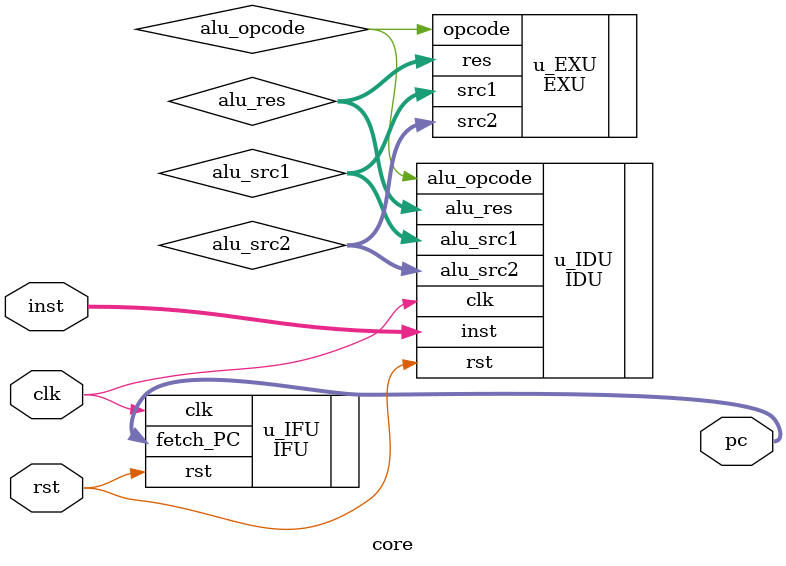
<source format=v>
module core(
  input clk,
  input rst,
  // to & from mem
  input [31:0] inst,
  output [31:0] pc
);

  wire  alu_opcode;
  wire [31:0] alu_src1;
  wire [31:0] alu_src2;
  wire [31:0] alu_res;
  

  IFU u_IFU(
      .clk      (clk      ),
      .rst      (rst      ),
      .fetch_PC (pc )
  );
  
  IDU u_IDU(
      .clk        (clk        ),
      .rst        (rst        ),
      .inst       (inst       ),
      .alu_opcode (alu_opcode ),
      .alu_src1   (alu_src1   ),
      .alu_src2   (alu_src2   ),
      .alu_res    (alu_res    )
  );
  
  EXU u_EXU(
      .opcode (alu_opcode ),
      .src1   (alu_src1   ),
      .src2   (alu_src2   ),
      .res    (alu_res    )
  );
  
endmodule

</source>
